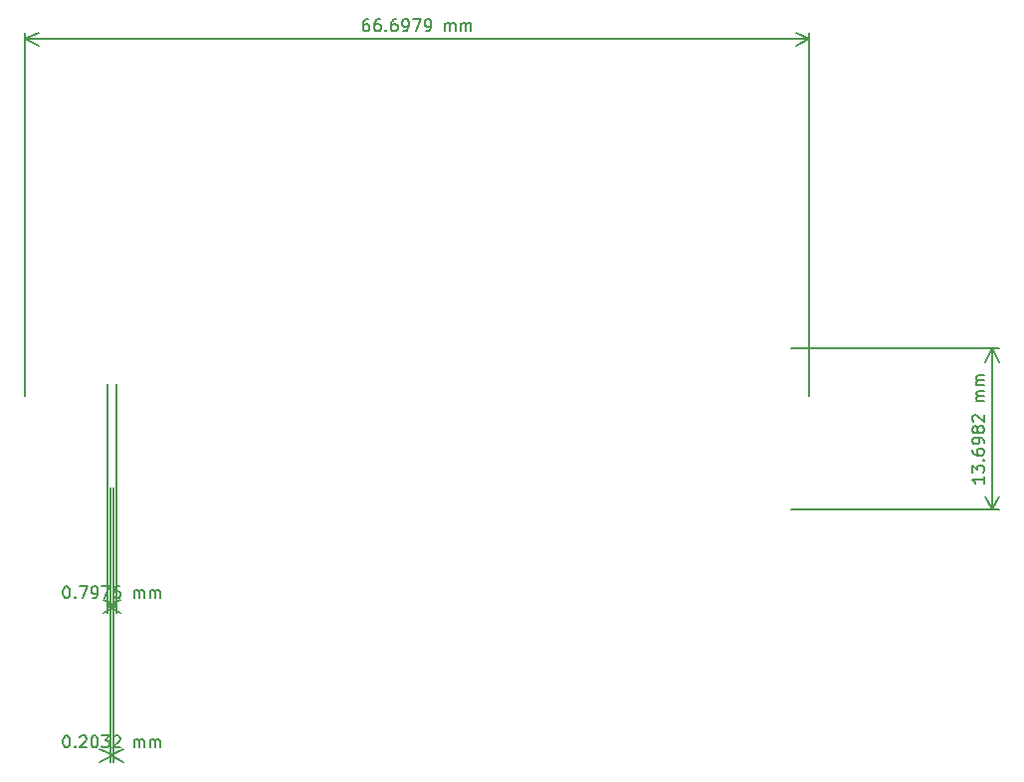
<source format=gbr>
%TF.GenerationSoftware,KiCad,Pcbnew,7.0.6*%
%TF.CreationDate,2023-08-15T09:54:10+01:00*%
%TF.ProjectId,pcb,7063622e-6b69-4636-9164-5f7063625858,rev?*%
%TF.SameCoordinates,Original*%
%TF.FileFunction,Other,ECO1*%
%FSLAX46Y46*%
G04 Gerber Fmt 4.6, Leading zero omitted, Abs format (unit mm)*
G04 Created by KiCad (PCBNEW 7.0.6) date 2023-08-15 09:54:10*
%MOMM*%
%LPD*%
G01*
G04 APERTURE LIST*
%ADD10C,0.150000*%
G04 APERTURE END LIST*
D10*
X17703018Y-214827119D02*
X17798256Y-214827119D01*
X17798256Y-214827119D02*
X17893494Y-214874738D01*
X17893494Y-214874738D02*
X17941113Y-214922357D01*
X17941113Y-214922357D02*
X17988732Y-215017595D01*
X17988732Y-215017595D02*
X18036351Y-215208071D01*
X18036351Y-215208071D02*
X18036351Y-215446166D01*
X18036351Y-215446166D02*
X17988732Y-215636642D01*
X17988732Y-215636642D02*
X17941113Y-215731880D01*
X17941113Y-215731880D02*
X17893494Y-215779500D01*
X17893494Y-215779500D02*
X17798256Y-215827119D01*
X17798256Y-215827119D02*
X17703018Y-215827119D01*
X17703018Y-215827119D02*
X17607780Y-215779500D01*
X17607780Y-215779500D02*
X17560161Y-215731880D01*
X17560161Y-215731880D02*
X17512542Y-215636642D01*
X17512542Y-215636642D02*
X17464923Y-215446166D01*
X17464923Y-215446166D02*
X17464923Y-215208071D01*
X17464923Y-215208071D02*
X17512542Y-215017595D01*
X17512542Y-215017595D02*
X17560161Y-214922357D01*
X17560161Y-214922357D02*
X17607780Y-214874738D01*
X17607780Y-214874738D02*
X17703018Y-214827119D01*
X18464923Y-215731880D02*
X18512542Y-215779500D01*
X18512542Y-215779500D02*
X18464923Y-215827119D01*
X18464923Y-215827119D02*
X18417304Y-215779500D01*
X18417304Y-215779500D02*
X18464923Y-215731880D01*
X18464923Y-215731880D02*
X18464923Y-215827119D01*
X18893494Y-214922357D02*
X18941113Y-214874738D01*
X18941113Y-214874738D02*
X19036351Y-214827119D01*
X19036351Y-214827119D02*
X19274446Y-214827119D01*
X19274446Y-214827119D02*
X19369684Y-214874738D01*
X19369684Y-214874738D02*
X19417303Y-214922357D01*
X19417303Y-214922357D02*
X19464922Y-215017595D01*
X19464922Y-215017595D02*
X19464922Y-215112833D01*
X19464922Y-215112833D02*
X19417303Y-215255690D01*
X19417303Y-215255690D02*
X18845875Y-215827119D01*
X18845875Y-215827119D02*
X19464922Y-215827119D01*
X20083970Y-214827119D02*
X20179208Y-214827119D01*
X20179208Y-214827119D02*
X20274446Y-214874738D01*
X20274446Y-214874738D02*
X20322065Y-214922357D01*
X20322065Y-214922357D02*
X20369684Y-215017595D01*
X20369684Y-215017595D02*
X20417303Y-215208071D01*
X20417303Y-215208071D02*
X20417303Y-215446166D01*
X20417303Y-215446166D02*
X20369684Y-215636642D01*
X20369684Y-215636642D02*
X20322065Y-215731880D01*
X20322065Y-215731880D02*
X20274446Y-215779500D01*
X20274446Y-215779500D02*
X20179208Y-215827119D01*
X20179208Y-215827119D02*
X20083970Y-215827119D01*
X20083970Y-215827119D02*
X19988732Y-215779500D01*
X19988732Y-215779500D02*
X19941113Y-215731880D01*
X19941113Y-215731880D02*
X19893494Y-215636642D01*
X19893494Y-215636642D02*
X19845875Y-215446166D01*
X19845875Y-215446166D02*
X19845875Y-215208071D01*
X19845875Y-215208071D02*
X19893494Y-215017595D01*
X19893494Y-215017595D02*
X19941113Y-214922357D01*
X19941113Y-214922357D02*
X19988732Y-214874738D01*
X19988732Y-214874738D02*
X20083970Y-214827119D01*
X20750637Y-214827119D02*
X21369684Y-214827119D01*
X21369684Y-214827119D02*
X21036351Y-215208071D01*
X21036351Y-215208071D02*
X21179208Y-215208071D01*
X21179208Y-215208071D02*
X21274446Y-215255690D01*
X21274446Y-215255690D02*
X21322065Y-215303309D01*
X21322065Y-215303309D02*
X21369684Y-215398547D01*
X21369684Y-215398547D02*
X21369684Y-215636642D01*
X21369684Y-215636642D02*
X21322065Y-215731880D01*
X21322065Y-215731880D02*
X21274446Y-215779500D01*
X21274446Y-215779500D02*
X21179208Y-215827119D01*
X21179208Y-215827119D02*
X20893494Y-215827119D01*
X20893494Y-215827119D02*
X20798256Y-215779500D01*
X20798256Y-215779500D02*
X20750637Y-215731880D01*
X21750637Y-214922357D02*
X21798256Y-214874738D01*
X21798256Y-214874738D02*
X21893494Y-214827119D01*
X21893494Y-214827119D02*
X22131589Y-214827119D01*
X22131589Y-214827119D02*
X22226827Y-214874738D01*
X22226827Y-214874738D02*
X22274446Y-214922357D01*
X22274446Y-214922357D02*
X22322065Y-215017595D01*
X22322065Y-215017595D02*
X22322065Y-215112833D01*
X22322065Y-215112833D02*
X22274446Y-215255690D01*
X22274446Y-215255690D02*
X21703018Y-215827119D01*
X21703018Y-215827119D02*
X22322065Y-215827119D01*
X23512542Y-215827119D02*
X23512542Y-215160452D01*
X23512542Y-215255690D02*
X23560161Y-215208071D01*
X23560161Y-215208071D02*
X23655399Y-215160452D01*
X23655399Y-215160452D02*
X23798256Y-215160452D01*
X23798256Y-215160452D02*
X23893494Y-215208071D01*
X23893494Y-215208071D02*
X23941113Y-215303309D01*
X23941113Y-215303309D02*
X23941113Y-215827119D01*
X23941113Y-215303309D02*
X23988732Y-215208071D01*
X23988732Y-215208071D02*
X24083970Y-215160452D01*
X24083970Y-215160452D02*
X24226827Y-215160452D01*
X24226827Y-215160452D02*
X24322066Y-215208071D01*
X24322066Y-215208071D02*
X24369685Y-215303309D01*
X24369685Y-215303309D02*
X24369685Y-215827119D01*
X24845875Y-215827119D02*
X24845875Y-215160452D01*
X24845875Y-215255690D02*
X24893494Y-215208071D01*
X24893494Y-215208071D02*
X24988732Y-215160452D01*
X24988732Y-215160452D02*
X25131589Y-215160452D01*
X25131589Y-215160452D02*
X25226827Y-215208071D01*
X25226827Y-215208071D02*
X25274446Y-215303309D01*
X25274446Y-215303309D02*
X25274446Y-215827119D01*
X25274446Y-215303309D02*
X25322065Y-215208071D01*
X25322065Y-215208071D02*
X25417303Y-215160452D01*
X25417303Y-215160452D02*
X25560160Y-215160452D01*
X25560160Y-215160452D02*
X25655399Y-215208071D01*
X25655399Y-215208071D02*
X25703018Y-215303309D01*
X25703018Y-215303309D02*
X25703018Y-215827119D01*
X21506180Y-193682240D02*
X21506180Y-217108720D01*
X21709380Y-193682240D02*
X21709380Y-217108720D01*
X21506180Y-216522300D02*
X21709380Y-216522300D01*
X21506180Y-216522300D02*
X21709380Y-216522300D01*
X21506180Y-216522300D02*
X22632684Y-215935879D01*
X21506180Y-216522300D02*
X22632684Y-217108721D01*
X21709380Y-216522300D02*
X20582876Y-217108721D01*
X21709380Y-216522300D02*
X20582876Y-215935879D01*
X17703018Y-202127119D02*
X17798256Y-202127119D01*
X17798256Y-202127119D02*
X17893494Y-202174738D01*
X17893494Y-202174738D02*
X17941113Y-202222357D01*
X17941113Y-202222357D02*
X17988732Y-202317595D01*
X17988732Y-202317595D02*
X18036351Y-202508071D01*
X18036351Y-202508071D02*
X18036351Y-202746166D01*
X18036351Y-202746166D02*
X17988732Y-202936642D01*
X17988732Y-202936642D02*
X17941113Y-203031880D01*
X17941113Y-203031880D02*
X17893494Y-203079500D01*
X17893494Y-203079500D02*
X17798256Y-203127119D01*
X17798256Y-203127119D02*
X17703018Y-203127119D01*
X17703018Y-203127119D02*
X17607780Y-203079500D01*
X17607780Y-203079500D02*
X17560161Y-203031880D01*
X17560161Y-203031880D02*
X17512542Y-202936642D01*
X17512542Y-202936642D02*
X17464923Y-202746166D01*
X17464923Y-202746166D02*
X17464923Y-202508071D01*
X17464923Y-202508071D02*
X17512542Y-202317595D01*
X17512542Y-202317595D02*
X17560161Y-202222357D01*
X17560161Y-202222357D02*
X17607780Y-202174738D01*
X17607780Y-202174738D02*
X17703018Y-202127119D01*
X18464923Y-203031880D02*
X18512542Y-203079500D01*
X18512542Y-203079500D02*
X18464923Y-203127119D01*
X18464923Y-203127119D02*
X18417304Y-203079500D01*
X18417304Y-203079500D02*
X18464923Y-203031880D01*
X18464923Y-203031880D02*
X18464923Y-203127119D01*
X18845875Y-202127119D02*
X19512541Y-202127119D01*
X19512541Y-202127119D02*
X19083970Y-203127119D01*
X19941113Y-203127119D02*
X20131589Y-203127119D01*
X20131589Y-203127119D02*
X20226827Y-203079500D01*
X20226827Y-203079500D02*
X20274446Y-203031880D01*
X20274446Y-203031880D02*
X20369684Y-202889023D01*
X20369684Y-202889023D02*
X20417303Y-202698547D01*
X20417303Y-202698547D02*
X20417303Y-202317595D01*
X20417303Y-202317595D02*
X20369684Y-202222357D01*
X20369684Y-202222357D02*
X20322065Y-202174738D01*
X20322065Y-202174738D02*
X20226827Y-202127119D01*
X20226827Y-202127119D02*
X20036351Y-202127119D01*
X20036351Y-202127119D02*
X19941113Y-202174738D01*
X19941113Y-202174738D02*
X19893494Y-202222357D01*
X19893494Y-202222357D02*
X19845875Y-202317595D01*
X19845875Y-202317595D02*
X19845875Y-202555690D01*
X19845875Y-202555690D02*
X19893494Y-202650928D01*
X19893494Y-202650928D02*
X19941113Y-202698547D01*
X19941113Y-202698547D02*
X20036351Y-202746166D01*
X20036351Y-202746166D02*
X20226827Y-202746166D01*
X20226827Y-202746166D02*
X20322065Y-202698547D01*
X20322065Y-202698547D02*
X20369684Y-202650928D01*
X20369684Y-202650928D02*
X20417303Y-202555690D01*
X20750637Y-202127119D02*
X21417303Y-202127119D01*
X21417303Y-202127119D02*
X20988732Y-203127119D01*
X22226827Y-202127119D02*
X22036351Y-202127119D01*
X22036351Y-202127119D02*
X21941113Y-202174738D01*
X21941113Y-202174738D02*
X21893494Y-202222357D01*
X21893494Y-202222357D02*
X21798256Y-202365214D01*
X21798256Y-202365214D02*
X21750637Y-202555690D01*
X21750637Y-202555690D02*
X21750637Y-202936642D01*
X21750637Y-202936642D02*
X21798256Y-203031880D01*
X21798256Y-203031880D02*
X21845875Y-203079500D01*
X21845875Y-203079500D02*
X21941113Y-203127119D01*
X21941113Y-203127119D02*
X22131589Y-203127119D01*
X22131589Y-203127119D02*
X22226827Y-203079500D01*
X22226827Y-203079500D02*
X22274446Y-203031880D01*
X22274446Y-203031880D02*
X22322065Y-202936642D01*
X22322065Y-202936642D02*
X22322065Y-202698547D01*
X22322065Y-202698547D02*
X22274446Y-202603309D01*
X22274446Y-202603309D02*
X22226827Y-202555690D01*
X22226827Y-202555690D02*
X22131589Y-202508071D01*
X22131589Y-202508071D02*
X21941113Y-202508071D01*
X21941113Y-202508071D02*
X21845875Y-202555690D01*
X21845875Y-202555690D02*
X21798256Y-202603309D01*
X21798256Y-202603309D02*
X21750637Y-202698547D01*
X23512542Y-203127119D02*
X23512542Y-202460452D01*
X23512542Y-202555690D02*
X23560161Y-202508071D01*
X23560161Y-202508071D02*
X23655399Y-202460452D01*
X23655399Y-202460452D02*
X23798256Y-202460452D01*
X23798256Y-202460452D02*
X23893494Y-202508071D01*
X23893494Y-202508071D02*
X23941113Y-202603309D01*
X23941113Y-202603309D02*
X23941113Y-203127119D01*
X23941113Y-202603309D02*
X23988732Y-202508071D01*
X23988732Y-202508071D02*
X24083970Y-202460452D01*
X24083970Y-202460452D02*
X24226827Y-202460452D01*
X24226827Y-202460452D02*
X24322066Y-202508071D01*
X24322066Y-202508071D02*
X24369685Y-202603309D01*
X24369685Y-202603309D02*
X24369685Y-203127119D01*
X24845875Y-203127119D02*
X24845875Y-202460452D01*
X24845875Y-202555690D02*
X24893494Y-202508071D01*
X24893494Y-202508071D02*
X24988732Y-202460452D01*
X24988732Y-202460452D02*
X25131589Y-202460452D01*
X25131589Y-202460452D02*
X25226827Y-202508071D01*
X25226827Y-202508071D02*
X25274446Y-202603309D01*
X25274446Y-202603309D02*
X25274446Y-203127119D01*
X25274446Y-202603309D02*
X25322065Y-202508071D01*
X25322065Y-202508071D02*
X25417303Y-202460452D01*
X25417303Y-202460452D02*
X25560160Y-202460452D01*
X25560160Y-202460452D02*
X25655399Y-202508071D01*
X25655399Y-202508071D02*
X25703018Y-202603309D01*
X25703018Y-202603309D02*
X25703018Y-203127119D01*
X21209000Y-184878600D02*
X21209000Y-204408720D01*
X22006560Y-184878600D02*
X22006560Y-204408720D01*
X21209000Y-203822300D02*
X22006560Y-203822300D01*
X21209000Y-203822300D02*
X22006560Y-203822300D01*
X21209000Y-203822300D02*
X22335504Y-203235879D01*
X21209000Y-203822300D02*
X22335504Y-204408721D01*
X22006560Y-203822300D02*
X20880056Y-204408721D01*
X22006560Y-203822300D02*
X20880056Y-203235879D01*
X95824819Y-192778508D02*
X95824819Y-193349936D01*
X95824819Y-193064222D02*
X94824819Y-193064222D01*
X94824819Y-193064222D02*
X94967676Y-193159460D01*
X94967676Y-193159460D02*
X95062914Y-193254698D01*
X95062914Y-193254698D02*
X95110533Y-193349936D01*
X94824819Y-192445174D02*
X94824819Y-191826127D01*
X94824819Y-191826127D02*
X95205771Y-192159460D01*
X95205771Y-192159460D02*
X95205771Y-192016603D01*
X95205771Y-192016603D02*
X95253390Y-191921365D01*
X95253390Y-191921365D02*
X95301009Y-191873746D01*
X95301009Y-191873746D02*
X95396247Y-191826127D01*
X95396247Y-191826127D02*
X95634342Y-191826127D01*
X95634342Y-191826127D02*
X95729580Y-191873746D01*
X95729580Y-191873746D02*
X95777200Y-191921365D01*
X95777200Y-191921365D02*
X95824819Y-192016603D01*
X95824819Y-192016603D02*
X95824819Y-192302317D01*
X95824819Y-192302317D02*
X95777200Y-192397555D01*
X95777200Y-192397555D02*
X95729580Y-192445174D01*
X95729580Y-191397555D02*
X95777200Y-191349936D01*
X95777200Y-191349936D02*
X95824819Y-191397555D01*
X95824819Y-191397555D02*
X95777200Y-191445174D01*
X95777200Y-191445174D02*
X95729580Y-191397555D01*
X95729580Y-191397555D02*
X95824819Y-191397555D01*
X94824819Y-190492794D02*
X94824819Y-190683270D01*
X94824819Y-190683270D02*
X94872438Y-190778508D01*
X94872438Y-190778508D02*
X94920057Y-190826127D01*
X94920057Y-190826127D02*
X95062914Y-190921365D01*
X95062914Y-190921365D02*
X95253390Y-190968984D01*
X95253390Y-190968984D02*
X95634342Y-190968984D01*
X95634342Y-190968984D02*
X95729580Y-190921365D01*
X95729580Y-190921365D02*
X95777200Y-190873746D01*
X95777200Y-190873746D02*
X95824819Y-190778508D01*
X95824819Y-190778508D02*
X95824819Y-190588032D01*
X95824819Y-190588032D02*
X95777200Y-190492794D01*
X95777200Y-190492794D02*
X95729580Y-190445175D01*
X95729580Y-190445175D02*
X95634342Y-190397556D01*
X95634342Y-190397556D02*
X95396247Y-190397556D01*
X95396247Y-190397556D02*
X95301009Y-190445175D01*
X95301009Y-190445175D02*
X95253390Y-190492794D01*
X95253390Y-190492794D02*
X95205771Y-190588032D01*
X95205771Y-190588032D02*
X95205771Y-190778508D01*
X95205771Y-190778508D02*
X95253390Y-190873746D01*
X95253390Y-190873746D02*
X95301009Y-190921365D01*
X95301009Y-190921365D02*
X95396247Y-190968984D01*
X95824819Y-189921365D02*
X95824819Y-189730889D01*
X95824819Y-189730889D02*
X95777200Y-189635651D01*
X95777200Y-189635651D02*
X95729580Y-189588032D01*
X95729580Y-189588032D02*
X95586723Y-189492794D01*
X95586723Y-189492794D02*
X95396247Y-189445175D01*
X95396247Y-189445175D02*
X95015295Y-189445175D01*
X95015295Y-189445175D02*
X94920057Y-189492794D01*
X94920057Y-189492794D02*
X94872438Y-189540413D01*
X94872438Y-189540413D02*
X94824819Y-189635651D01*
X94824819Y-189635651D02*
X94824819Y-189826127D01*
X94824819Y-189826127D02*
X94872438Y-189921365D01*
X94872438Y-189921365D02*
X94920057Y-189968984D01*
X94920057Y-189968984D02*
X95015295Y-190016603D01*
X95015295Y-190016603D02*
X95253390Y-190016603D01*
X95253390Y-190016603D02*
X95348628Y-189968984D01*
X95348628Y-189968984D02*
X95396247Y-189921365D01*
X95396247Y-189921365D02*
X95443866Y-189826127D01*
X95443866Y-189826127D02*
X95443866Y-189635651D01*
X95443866Y-189635651D02*
X95396247Y-189540413D01*
X95396247Y-189540413D02*
X95348628Y-189492794D01*
X95348628Y-189492794D02*
X95253390Y-189445175D01*
X95253390Y-188873746D02*
X95205771Y-188968984D01*
X95205771Y-188968984D02*
X95158152Y-189016603D01*
X95158152Y-189016603D02*
X95062914Y-189064222D01*
X95062914Y-189064222D02*
X95015295Y-189064222D01*
X95015295Y-189064222D02*
X94920057Y-189016603D01*
X94920057Y-189016603D02*
X94872438Y-188968984D01*
X94872438Y-188968984D02*
X94824819Y-188873746D01*
X94824819Y-188873746D02*
X94824819Y-188683270D01*
X94824819Y-188683270D02*
X94872438Y-188588032D01*
X94872438Y-188588032D02*
X94920057Y-188540413D01*
X94920057Y-188540413D02*
X95015295Y-188492794D01*
X95015295Y-188492794D02*
X95062914Y-188492794D01*
X95062914Y-188492794D02*
X95158152Y-188540413D01*
X95158152Y-188540413D02*
X95205771Y-188588032D01*
X95205771Y-188588032D02*
X95253390Y-188683270D01*
X95253390Y-188683270D02*
X95253390Y-188873746D01*
X95253390Y-188873746D02*
X95301009Y-188968984D01*
X95301009Y-188968984D02*
X95348628Y-189016603D01*
X95348628Y-189016603D02*
X95443866Y-189064222D01*
X95443866Y-189064222D02*
X95634342Y-189064222D01*
X95634342Y-189064222D02*
X95729580Y-189016603D01*
X95729580Y-189016603D02*
X95777200Y-188968984D01*
X95777200Y-188968984D02*
X95824819Y-188873746D01*
X95824819Y-188873746D02*
X95824819Y-188683270D01*
X95824819Y-188683270D02*
X95777200Y-188588032D01*
X95777200Y-188588032D02*
X95729580Y-188540413D01*
X95729580Y-188540413D02*
X95634342Y-188492794D01*
X95634342Y-188492794D02*
X95443866Y-188492794D01*
X95443866Y-188492794D02*
X95348628Y-188540413D01*
X95348628Y-188540413D02*
X95301009Y-188588032D01*
X95301009Y-188588032D02*
X95253390Y-188683270D01*
X94920057Y-188111841D02*
X94872438Y-188064222D01*
X94872438Y-188064222D02*
X94824819Y-187968984D01*
X94824819Y-187968984D02*
X94824819Y-187730889D01*
X94824819Y-187730889D02*
X94872438Y-187635651D01*
X94872438Y-187635651D02*
X94920057Y-187588032D01*
X94920057Y-187588032D02*
X95015295Y-187540413D01*
X95015295Y-187540413D02*
X95110533Y-187540413D01*
X95110533Y-187540413D02*
X95253390Y-187588032D01*
X95253390Y-187588032D02*
X95824819Y-188159460D01*
X95824819Y-188159460D02*
X95824819Y-187540413D01*
X95824819Y-186349936D02*
X95158152Y-186349936D01*
X95253390Y-186349936D02*
X95205771Y-186302317D01*
X95205771Y-186302317D02*
X95158152Y-186207079D01*
X95158152Y-186207079D02*
X95158152Y-186064222D01*
X95158152Y-186064222D02*
X95205771Y-185968984D01*
X95205771Y-185968984D02*
X95301009Y-185921365D01*
X95301009Y-185921365D02*
X95824819Y-185921365D01*
X95301009Y-185921365D02*
X95205771Y-185873746D01*
X95205771Y-185873746D02*
X95158152Y-185778508D01*
X95158152Y-185778508D02*
X95158152Y-185635651D01*
X95158152Y-185635651D02*
X95205771Y-185540412D01*
X95205771Y-185540412D02*
X95301009Y-185492793D01*
X95301009Y-185492793D02*
X95824819Y-185492793D01*
X95824819Y-185016603D02*
X95158152Y-185016603D01*
X95253390Y-185016603D02*
X95205771Y-184968984D01*
X95205771Y-184968984D02*
X95158152Y-184873746D01*
X95158152Y-184873746D02*
X95158152Y-184730889D01*
X95158152Y-184730889D02*
X95205771Y-184635651D01*
X95205771Y-184635651D02*
X95301009Y-184588032D01*
X95301009Y-184588032D02*
X95824819Y-184588032D01*
X95301009Y-184588032D02*
X95205771Y-184540413D01*
X95205771Y-184540413D02*
X95158152Y-184445175D01*
X95158152Y-184445175D02*
X95158152Y-184302318D01*
X95158152Y-184302318D02*
X95205771Y-184207079D01*
X95205771Y-184207079D02*
X95301009Y-184159460D01*
X95301009Y-184159460D02*
X95824819Y-184159460D01*
X79448280Y-181881780D02*
X97106420Y-181881780D01*
X79448280Y-195580000D02*
X97106420Y-195580000D01*
X96520000Y-181881780D02*
X96520000Y-195580000D01*
X96520000Y-181881780D02*
X96520000Y-195580000D01*
X96520000Y-181881780D02*
X97106421Y-183008284D01*
X96520000Y-181881780D02*
X95933579Y-183008284D01*
X96520000Y-195580000D02*
X95933579Y-194453496D01*
X96520000Y-195580000D02*
X97106421Y-194453496D01*
X43455473Y-153867119D02*
X43264997Y-153867119D01*
X43264997Y-153867119D02*
X43169759Y-153914738D01*
X43169759Y-153914738D02*
X43122140Y-153962357D01*
X43122140Y-153962357D02*
X43026902Y-154105214D01*
X43026902Y-154105214D02*
X42979283Y-154295690D01*
X42979283Y-154295690D02*
X42979283Y-154676642D01*
X42979283Y-154676642D02*
X43026902Y-154771880D01*
X43026902Y-154771880D02*
X43074521Y-154819500D01*
X43074521Y-154819500D02*
X43169759Y-154867119D01*
X43169759Y-154867119D02*
X43360235Y-154867119D01*
X43360235Y-154867119D02*
X43455473Y-154819500D01*
X43455473Y-154819500D02*
X43503092Y-154771880D01*
X43503092Y-154771880D02*
X43550711Y-154676642D01*
X43550711Y-154676642D02*
X43550711Y-154438547D01*
X43550711Y-154438547D02*
X43503092Y-154343309D01*
X43503092Y-154343309D02*
X43455473Y-154295690D01*
X43455473Y-154295690D02*
X43360235Y-154248071D01*
X43360235Y-154248071D02*
X43169759Y-154248071D01*
X43169759Y-154248071D02*
X43074521Y-154295690D01*
X43074521Y-154295690D02*
X43026902Y-154343309D01*
X43026902Y-154343309D02*
X42979283Y-154438547D01*
X44407854Y-153867119D02*
X44217378Y-153867119D01*
X44217378Y-153867119D02*
X44122140Y-153914738D01*
X44122140Y-153914738D02*
X44074521Y-153962357D01*
X44074521Y-153962357D02*
X43979283Y-154105214D01*
X43979283Y-154105214D02*
X43931664Y-154295690D01*
X43931664Y-154295690D02*
X43931664Y-154676642D01*
X43931664Y-154676642D02*
X43979283Y-154771880D01*
X43979283Y-154771880D02*
X44026902Y-154819500D01*
X44026902Y-154819500D02*
X44122140Y-154867119D01*
X44122140Y-154867119D02*
X44312616Y-154867119D01*
X44312616Y-154867119D02*
X44407854Y-154819500D01*
X44407854Y-154819500D02*
X44455473Y-154771880D01*
X44455473Y-154771880D02*
X44503092Y-154676642D01*
X44503092Y-154676642D02*
X44503092Y-154438547D01*
X44503092Y-154438547D02*
X44455473Y-154343309D01*
X44455473Y-154343309D02*
X44407854Y-154295690D01*
X44407854Y-154295690D02*
X44312616Y-154248071D01*
X44312616Y-154248071D02*
X44122140Y-154248071D01*
X44122140Y-154248071D02*
X44026902Y-154295690D01*
X44026902Y-154295690D02*
X43979283Y-154343309D01*
X43979283Y-154343309D02*
X43931664Y-154438547D01*
X44931664Y-154771880D02*
X44979283Y-154819500D01*
X44979283Y-154819500D02*
X44931664Y-154867119D01*
X44931664Y-154867119D02*
X44884045Y-154819500D01*
X44884045Y-154819500D02*
X44931664Y-154771880D01*
X44931664Y-154771880D02*
X44931664Y-154867119D01*
X45836425Y-153867119D02*
X45645949Y-153867119D01*
X45645949Y-153867119D02*
X45550711Y-153914738D01*
X45550711Y-153914738D02*
X45503092Y-153962357D01*
X45503092Y-153962357D02*
X45407854Y-154105214D01*
X45407854Y-154105214D02*
X45360235Y-154295690D01*
X45360235Y-154295690D02*
X45360235Y-154676642D01*
X45360235Y-154676642D02*
X45407854Y-154771880D01*
X45407854Y-154771880D02*
X45455473Y-154819500D01*
X45455473Y-154819500D02*
X45550711Y-154867119D01*
X45550711Y-154867119D02*
X45741187Y-154867119D01*
X45741187Y-154867119D02*
X45836425Y-154819500D01*
X45836425Y-154819500D02*
X45884044Y-154771880D01*
X45884044Y-154771880D02*
X45931663Y-154676642D01*
X45931663Y-154676642D02*
X45931663Y-154438547D01*
X45931663Y-154438547D02*
X45884044Y-154343309D01*
X45884044Y-154343309D02*
X45836425Y-154295690D01*
X45836425Y-154295690D02*
X45741187Y-154248071D01*
X45741187Y-154248071D02*
X45550711Y-154248071D01*
X45550711Y-154248071D02*
X45455473Y-154295690D01*
X45455473Y-154295690D02*
X45407854Y-154343309D01*
X45407854Y-154343309D02*
X45360235Y-154438547D01*
X46407854Y-154867119D02*
X46598330Y-154867119D01*
X46598330Y-154867119D02*
X46693568Y-154819500D01*
X46693568Y-154819500D02*
X46741187Y-154771880D01*
X46741187Y-154771880D02*
X46836425Y-154629023D01*
X46836425Y-154629023D02*
X46884044Y-154438547D01*
X46884044Y-154438547D02*
X46884044Y-154057595D01*
X46884044Y-154057595D02*
X46836425Y-153962357D01*
X46836425Y-153962357D02*
X46788806Y-153914738D01*
X46788806Y-153914738D02*
X46693568Y-153867119D01*
X46693568Y-153867119D02*
X46503092Y-153867119D01*
X46503092Y-153867119D02*
X46407854Y-153914738D01*
X46407854Y-153914738D02*
X46360235Y-153962357D01*
X46360235Y-153962357D02*
X46312616Y-154057595D01*
X46312616Y-154057595D02*
X46312616Y-154295690D01*
X46312616Y-154295690D02*
X46360235Y-154390928D01*
X46360235Y-154390928D02*
X46407854Y-154438547D01*
X46407854Y-154438547D02*
X46503092Y-154486166D01*
X46503092Y-154486166D02*
X46693568Y-154486166D01*
X46693568Y-154486166D02*
X46788806Y-154438547D01*
X46788806Y-154438547D02*
X46836425Y-154390928D01*
X46836425Y-154390928D02*
X46884044Y-154295690D01*
X47217378Y-153867119D02*
X47884044Y-153867119D01*
X47884044Y-153867119D02*
X47455473Y-154867119D01*
X48312616Y-154867119D02*
X48503092Y-154867119D01*
X48503092Y-154867119D02*
X48598330Y-154819500D01*
X48598330Y-154819500D02*
X48645949Y-154771880D01*
X48645949Y-154771880D02*
X48741187Y-154629023D01*
X48741187Y-154629023D02*
X48788806Y-154438547D01*
X48788806Y-154438547D02*
X48788806Y-154057595D01*
X48788806Y-154057595D02*
X48741187Y-153962357D01*
X48741187Y-153962357D02*
X48693568Y-153914738D01*
X48693568Y-153914738D02*
X48598330Y-153867119D01*
X48598330Y-153867119D02*
X48407854Y-153867119D01*
X48407854Y-153867119D02*
X48312616Y-153914738D01*
X48312616Y-153914738D02*
X48264997Y-153962357D01*
X48264997Y-153962357D02*
X48217378Y-154057595D01*
X48217378Y-154057595D02*
X48217378Y-154295690D01*
X48217378Y-154295690D02*
X48264997Y-154390928D01*
X48264997Y-154390928D02*
X48312616Y-154438547D01*
X48312616Y-154438547D02*
X48407854Y-154486166D01*
X48407854Y-154486166D02*
X48598330Y-154486166D01*
X48598330Y-154486166D02*
X48693568Y-154438547D01*
X48693568Y-154438547D02*
X48741187Y-154390928D01*
X48741187Y-154390928D02*
X48788806Y-154295690D01*
X49979283Y-154867119D02*
X49979283Y-154200452D01*
X49979283Y-154295690D02*
X50026902Y-154248071D01*
X50026902Y-154248071D02*
X50122140Y-154200452D01*
X50122140Y-154200452D02*
X50264997Y-154200452D01*
X50264997Y-154200452D02*
X50360235Y-154248071D01*
X50360235Y-154248071D02*
X50407854Y-154343309D01*
X50407854Y-154343309D02*
X50407854Y-154867119D01*
X50407854Y-154343309D02*
X50455473Y-154248071D01*
X50455473Y-154248071D02*
X50550711Y-154200452D01*
X50550711Y-154200452D02*
X50693568Y-154200452D01*
X50693568Y-154200452D02*
X50788807Y-154248071D01*
X50788807Y-154248071D02*
X50836426Y-154343309D01*
X50836426Y-154343309D02*
X50836426Y-154867119D01*
X51312616Y-154867119D02*
X51312616Y-154200452D01*
X51312616Y-154295690D02*
X51360235Y-154248071D01*
X51360235Y-154248071D02*
X51455473Y-154200452D01*
X51455473Y-154200452D02*
X51598330Y-154200452D01*
X51598330Y-154200452D02*
X51693568Y-154248071D01*
X51693568Y-154248071D02*
X51741187Y-154343309D01*
X51741187Y-154343309D02*
X51741187Y-154867119D01*
X51741187Y-154343309D02*
X51788806Y-154248071D01*
X51788806Y-154248071D02*
X51884044Y-154200452D01*
X51884044Y-154200452D02*
X52026901Y-154200452D01*
X52026901Y-154200452D02*
X52122140Y-154248071D01*
X52122140Y-154248071D02*
X52169759Y-154343309D01*
X52169759Y-154343309D02*
X52169759Y-154867119D01*
X14249400Y-185920760D02*
X14249400Y-154975880D01*
X80947260Y-185920760D02*
X80947260Y-154975880D01*
X14249400Y-155562300D02*
X80947260Y-155562300D01*
X14249400Y-155562300D02*
X80947260Y-155562300D01*
X14249400Y-155562300D02*
X15375904Y-154975879D01*
X14249400Y-155562300D02*
X15375904Y-156148721D01*
X80947260Y-155562300D02*
X79820756Y-156148721D01*
X80947260Y-155562300D02*
X79820756Y-154975879D01*
M02*

</source>
